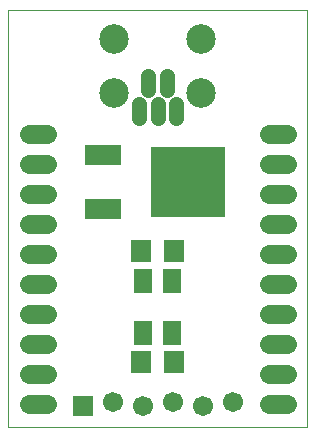
<source format=gbs>
G75*
%MOIN*%
%OFA0B0*%
%FSLAX24Y24*%
%IPPOS*%
%LPD*%
%AMOC8*
5,1,8,0,0,1.08239X$1,22.5*
%
%ADD10C,0.0000*%
%ADD11C,0.0516*%
%ADD12C,0.0985*%
%ADD13R,0.0670X0.0749*%
%ADD14R,0.0591X0.0788*%
%ADD15R,0.1221X0.0670*%
%ADD16R,0.2481X0.2323*%
%ADD17R,0.0670X0.0670*%
%ADD18C,0.0670*%
%ADD19C,0.0640*%
D10*
X000660Y000660D02*
X000660Y014530D01*
X010652Y014530D01*
X010652Y000660D01*
X000660Y000660D01*
D11*
X005030Y010934D02*
X005030Y011410D01*
X005345Y011882D02*
X005345Y012358D01*
X005975Y012358D02*
X005975Y011882D01*
X006290Y011410D02*
X006290Y010934D01*
X005660Y010934D02*
X005660Y011410D01*
D12*
X007097Y011764D03*
X007097Y013595D03*
X004223Y013595D03*
X004223Y011764D03*
D13*
X005109Y006510D03*
X006211Y006510D03*
X006211Y002810D03*
X005109Y002810D03*
D14*
X005188Y003794D03*
X006132Y003794D03*
X006132Y005526D03*
X005188Y005526D03*
D15*
X003835Y007910D03*
X003835Y009710D03*
D16*
X006662Y008810D03*
D17*
X003160Y001330D03*
D18*
X004160Y001490D03*
X005160Y001330D03*
X006160Y001490D03*
X007160Y001330D03*
X008160Y001490D03*
D19*
X009360Y001410D02*
X009960Y001410D01*
X009960Y002410D02*
X009360Y002410D01*
X009360Y003410D02*
X009960Y003410D01*
X009960Y004410D02*
X009360Y004410D01*
X009360Y005410D02*
X009960Y005410D01*
X009960Y006410D02*
X009360Y006410D01*
X009360Y007410D02*
X009960Y007410D01*
X009960Y008410D02*
X009360Y008410D01*
X009360Y009410D02*
X009960Y009410D01*
X009960Y010410D02*
X009360Y010410D01*
X001960Y010410D02*
X001360Y010410D01*
X001360Y009410D02*
X001960Y009410D01*
X001960Y008410D02*
X001360Y008410D01*
X001360Y007410D02*
X001960Y007410D01*
X001960Y006410D02*
X001360Y006410D01*
X001360Y005410D02*
X001960Y005410D01*
X001960Y004410D02*
X001360Y004410D01*
X001360Y003410D02*
X001960Y003410D01*
X001960Y002410D02*
X001360Y002410D01*
X001360Y001410D02*
X001960Y001410D01*
M02*

</source>
